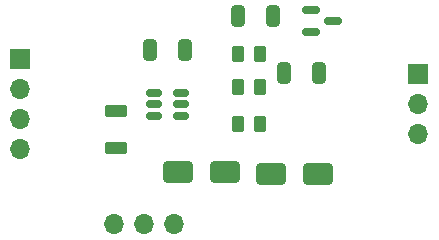
<source format=gbr>
%TF.GenerationSoftware,KiCad,Pcbnew,7.0.7-7.0.7~ubuntu22.04.1*%
%TF.CreationDate,2023-08-23T16:26:45+03:00*%
%TF.ProjectId,updi_hv_reset,75706469-5f68-4765-9f72-657365742e6b,rev?*%
%TF.SameCoordinates,Original*%
%TF.FileFunction,Soldermask,Bot*%
%TF.FilePolarity,Negative*%
%FSLAX46Y46*%
G04 Gerber Fmt 4.6, Leading zero omitted, Abs format (unit mm)*
G04 Created by KiCad (PCBNEW 7.0.7-7.0.7~ubuntu22.04.1) date 2023-08-23 16:26:45*
%MOMM*%
%LPD*%
G01*
G04 APERTURE LIST*
G04 Aperture macros list*
%AMRoundRect*
0 Rectangle with rounded corners*
0 $1 Rounding radius*
0 $2 $3 $4 $5 $6 $7 $8 $9 X,Y pos of 4 corners*
0 Add a 4 corners polygon primitive as box body*
4,1,4,$2,$3,$4,$5,$6,$7,$8,$9,$2,$3,0*
0 Add four circle primitives for the rounded corners*
1,1,$1+$1,$2,$3*
1,1,$1+$1,$4,$5*
1,1,$1+$1,$6,$7*
1,1,$1+$1,$8,$9*
0 Add four rect primitives between the rounded corners*
20,1,$1+$1,$2,$3,$4,$5,0*
20,1,$1+$1,$4,$5,$6,$7,0*
20,1,$1+$1,$6,$7,$8,$9,0*
20,1,$1+$1,$8,$9,$2,$3,0*%
G04 Aperture macros list end*
%ADD10R,1.700000X1.700000*%
%ADD11O,1.700000X1.700000*%
%ADD12RoundRect,0.250000X0.325000X0.650000X-0.325000X0.650000X-0.325000X-0.650000X0.325000X-0.650000X0*%
%ADD13RoundRect,0.250000X0.262500X0.450000X-0.262500X0.450000X-0.262500X-0.450000X0.262500X-0.450000X0*%
%ADD14RoundRect,0.250000X-0.262500X-0.450000X0.262500X-0.450000X0.262500X0.450000X-0.262500X0.450000X0*%
%ADD15RoundRect,0.250000X1.000000X0.650000X-1.000000X0.650000X-1.000000X-0.650000X1.000000X-0.650000X0*%
%ADD16RoundRect,0.150000X-0.512500X-0.150000X0.512500X-0.150000X0.512500X0.150000X-0.512500X0.150000X0*%
%ADD17RoundRect,0.250000X-0.700000X0.275000X-0.700000X-0.275000X0.700000X-0.275000X0.700000X0.275000X0*%
%ADD18RoundRect,0.250000X-0.325000X-0.650000X0.325000X-0.650000X0.325000X0.650000X-0.325000X0.650000X0*%
%ADD19RoundRect,0.250000X-1.000000X-0.650000X1.000000X-0.650000X1.000000X0.650000X-1.000000X0.650000X0*%
%ADD20RoundRect,0.150000X-0.587500X-0.150000X0.587500X-0.150000X0.587500X0.150000X-0.587500X0.150000X0*%
G04 APERTURE END LIST*
D10*
%TO.C,J2*%
X102190000Y-108570000D03*
D11*
X102190000Y-111110000D03*
X102190000Y-113650000D03*
X102190000Y-116190000D03*
%TD*%
D10*
%TO.C,J1*%
X135880000Y-109825000D03*
D11*
X135880000Y-112365000D03*
X135880000Y-114905000D03*
%TD*%
%TO.C,J3*%
X115175000Y-122560000D03*
X112635000Y-122560000D03*
X110095000Y-122560000D03*
%TD*%
D12*
%TO.C,C9*%
X127490000Y-109770000D03*
X124540000Y-109770000D03*
%TD*%
D13*
%TO.C,R6*%
X122460000Y-110980000D03*
X120635000Y-110980000D03*
%TD*%
D14*
%TO.C,R5*%
X120640000Y-114040000D03*
X122465000Y-114040000D03*
%TD*%
D15*
%TO.C,D1*%
X119507500Y-118110000D03*
X115507500Y-118110000D03*
%TD*%
D16*
%TO.C,U3*%
X113522500Y-113360000D03*
X113522500Y-112410000D03*
X113522500Y-111460000D03*
X115797500Y-111460000D03*
X115797500Y-112410000D03*
X115797500Y-113360000D03*
%TD*%
D17*
%TO.C,L2*%
X110260000Y-112945000D03*
X110260000Y-116095000D03*
%TD*%
D12*
%TO.C,C7*%
X116115000Y-107830000D03*
X113165000Y-107830000D03*
%TD*%
D18*
%TO.C,C8*%
X120625000Y-104970000D03*
X123575000Y-104970000D03*
%TD*%
D14*
%TO.C,R7*%
X120640000Y-108140000D03*
X122465000Y-108140000D03*
%TD*%
D19*
%TO.C,D2*%
X123402500Y-118290000D03*
X127402500Y-118290000D03*
%TD*%
D20*
%TO.C,Q1*%
X126755000Y-106320000D03*
X126755000Y-104420000D03*
X128630000Y-105370000D03*
%TD*%
M02*

</source>
